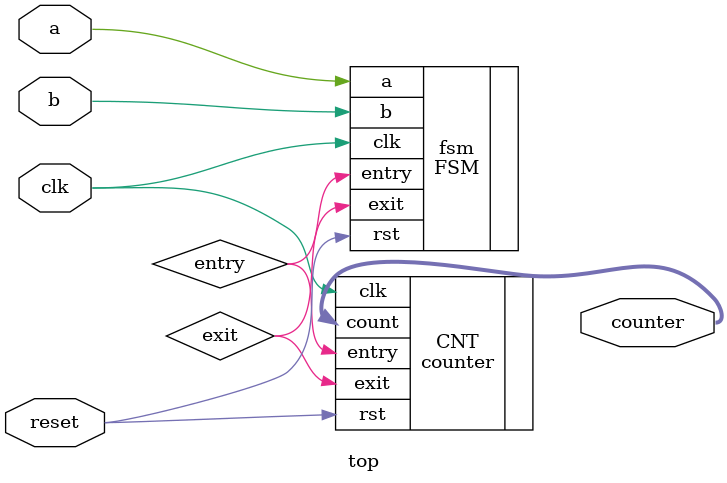
<source format=v>
`timescale 1ns / 1ps

module top(clk,reset,a,b,counter);
    input clk, reset;
    input  a,b; 
//	output [6:0] state;
    output [3:0] counter;
	 wire entry,exit;
//modules instantiations
//	 debouncer DB1(.button(sw0),.button_db(a),.clk(clk),.reset(btnR));
//	 debouncer DB2(.button(sw1),.button_db(b),.clk(clk),.reset(btnR));
   	 FSM fsm(.a(a),.b(b),.clk(clk),.rst(reset),.entry(entry),.exit(exit));
	 counter CNT(.clk(clk),.rst(reset),.entry(entry),.exit(exit),.count(counter));
//	 seven_seg_ctrl hex( .clk(clk), .reset(btnR),.number(counter), .led_out(seg), .anode_activate(led));
endmodule

</source>
